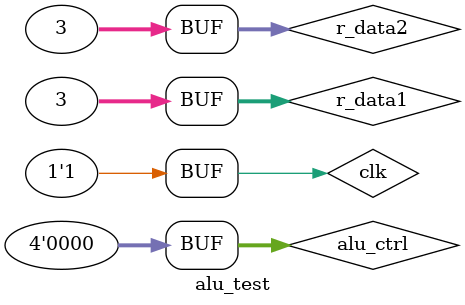
<source format=v>
`timescale 1ns / 1ps


module alu_test();

reg clk;
reg [3:0]  alu_ctrl;
reg [31:0] r_data1;
reg [31:0] r_data2;

wire [31:0] alu_result; 
wire alu_overflow;
wire alu_zero;

integer i;
initial begin
	alu_ctrl <= 32'b0;
	r_data1 <= 32'b0;
	r_data2 <= 32'b0;
	clk <= 0;
	r_data1 <= 1;
	r_data2 <= 1;
	alu_ctrl <= 0;//add test
	#500
	clk <= 1;
	r_data1 <= 7;
	r_data2 <= 3;
	alu_ctrl <=0;
	#500
	clk <= 0;
	alu_ctrl <= 0;
	r_data1 <= 2;
	r_data2 <= 3;
	#500
	clk <= 1;
	alu_ctrl <= 0;
	r_data1 <= 3;
	r_data2 <= 3;
end

alu alu(
//input
.clk(clk),
.control(alu_ctrl), 
.oper1(r_data1), 
.oper2(r_data2), 
//output
.result(alu_result), 
.overflow(alu_overflow), 
.zero(alu_zero)
);


endmodule
</source>
